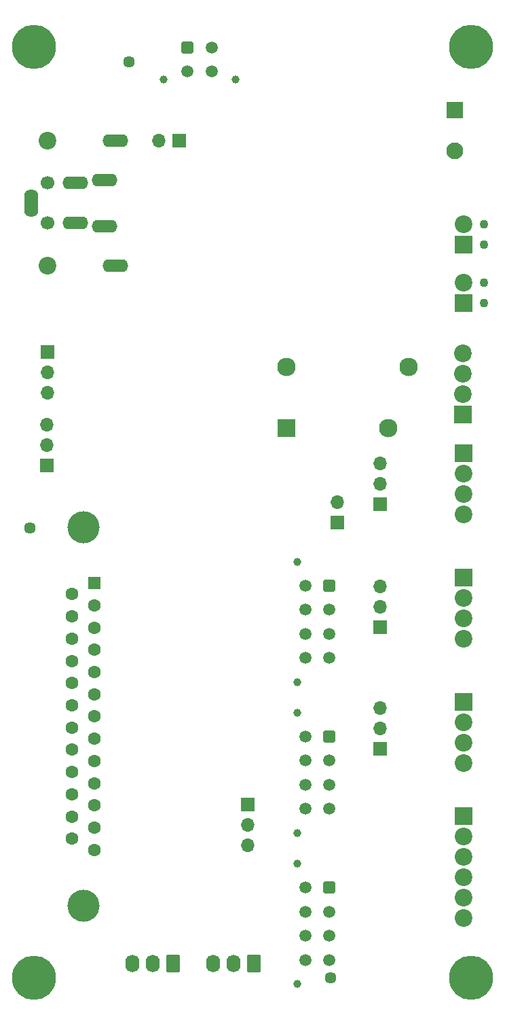
<source format=gbr>
%TF.GenerationSoftware,KiCad,Pcbnew,(6.0.4-0)*%
%TF.CreationDate,2022-07-09T18:31:03+12:00*%
%TF.ProjectId,controller,636f6e74-726f-46c6-9c65-722e6b696361,3.0*%
%TF.SameCoordinates,PX324e6b0PYa469d80*%
%TF.FileFunction,Soldermask,Bot*%
%TF.FilePolarity,Negative*%
%FSLAX46Y46*%
G04 Gerber Fmt 4.6, Leading zero omitted, Abs format (unit mm)*
G04 Created by KiCad (PCBNEW (6.0.4-0)) date 2022-07-09 18:31:03*
%MOMM*%
%LPD*%
G01*
G04 APERTURE LIST*
G04 Aperture macros list*
%AMRoundRect*
0 Rectangle with rounded corners*
0 $1 Rounding radius*
0 $2 $3 $4 $5 $6 $7 $8 $9 X,Y pos of 4 corners*
0 Add a 4 corners polygon primitive as box body*
4,1,4,$2,$3,$4,$5,$6,$7,$8,$9,$2,$3,0*
0 Add four circle primitives for the rounded corners*
1,1,$1+$1,$2,$3*
1,1,$1+$1,$4,$5*
1,1,$1+$1,$6,$7*
1,1,$1+$1,$8,$9*
0 Add four rect primitives between the rounded corners*
20,1,$1+$1,$2,$3,$4,$5,0*
20,1,$1+$1,$4,$5,$6,$7,0*
20,1,$1+$1,$6,$7,$8,$9,0*
20,1,$1+$1,$8,$9,$2,$3,0*%
G04 Aperture macros list end*
%ADD10R,1.700000X1.700000*%
%ADD11O,1.700000X1.700000*%
%ADD12C,1.000000*%
%ADD13RoundRect,0.250001X-0.499999X0.499999X-0.499999X-0.499999X0.499999X-0.499999X0.499999X0.499999X0*%
%ADD14C,1.500000*%
%ADD15R,2.100000X2.100000*%
%ADD16C,2.100000*%
%ADD17RoundRect,0.250001X-0.499999X-0.499999X0.499999X-0.499999X0.499999X0.499999X-0.499999X0.499999X0*%
%ADD18C,1.100000*%
%ADD19R,2.200000X2.200000*%
%ADD20C,2.200000*%
%ADD21C,1.448000*%
%ADD22RoundRect,0.250000X0.620000X0.845000X-0.620000X0.845000X-0.620000X-0.845000X0.620000X-0.845000X0*%
%ADD23O,1.740000X2.190000*%
%ADD24C,5.500000*%
%ADD25C,2.300000*%
%ADD26R,2.300000X2.300000*%
%ADD27C,1.700000*%
%ADD28O,3.200000X1.600000*%
%ADD29O,1.750000X3.500000*%
%ADD30C,4.000000*%
%ADD31R,1.600000X1.600000*%
%ADD32C,1.600000*%
G04 APERTURE END LIST*
D10*
%TO.C,JP7*%
X51150000Y36525000D03*
D11*
X51150000Y39065000D03*
X51150000Y41605000D03*
%TD*%
D12*
%TO.C,J12*%
X40871000Y22210000D03*
X40871000Y7210000D03*
D13*
X44811000Y19210000D03*
D14*
X44811000Y16210000D03*
X44811000Y13210000D03*
X44811000Y10210000D03*
X41811000Y19210000D03*
X41811000Y16210000D03*
X41811000Y13210000D03*
X41811000Y10210000D03*
%TD*%
D10*
%TO.C,JP4*%
X26125000Y112250000D03*
D11*
X23585000Y112250000D03*
%TD*%
D15*
%TO.C,J3*%
X60450000Y116050000D03*
D16*
X60450000Y110970000D03*
%TD*%
D12*
%TO.C,J2*%
X33150000Y119940000D03*
X24150000Y119940000D03*
D17*
X27150000Y123880000D03*
D14*
X30150000Y123880000D03*
X27150000Y120880000D03*
X30150000Y120880000D03*
%TD*%
D18*
%TO.C,J14*%
X64090000Y94590000D03*
X64090000Y92050000D03*
D19*
X61550000Y92050000D03*
D20*
X61550000Y94590000D03*
%TD*%
D21*
%TO.C,TH1*%
X19810000Y122070000D03*
%TD*%
D10*
%TO.C,JP1*%
X34619000Y29600000D03*
D11*
X34619000Y27060000D03*
X34619000Y24520000D03*
%TD*%
D10*
%TO.C,JP8*%
X45850000Y64675000D03*
D11*
X45850000Y67215000D03*
%TD*%
D22*
%TO.C,J16*%
X35400000Y9750000D03*
D23*
X32860000Y9750000D03*
X30320000Y9750000D03*
%TD*%
D19*
%TO.C,J9*%
X61550000Y57834999D03*
D20*
X61550000Y55294999D03*
X61550000Y52754999D03*
X61550000Y50214999D03*
%TD*%
D18*
%TO.C,J13*%
X64090000Y101900000D03*
X64090000Y99360000D03*
D19*
X61550000Y99360000D03*
D20*
X61550000Y101900000D03*
%TD*%
D19*
%TO.C,J11*%
X61550000Y42360000D03*
D20*
X61550000Y39820000D03*
X61550000Y37280000D03*
X61550000Y34740000D03*
%TD*%
D10*
%TO.C,JP5*%
X51200000Y66975000D03*
D11*
X51200000Y69515000D03*
X51200000Y72055000D03*
%TD*%
D24*
%TO.C,H4*%
X62500000Y8000000D03*
%TD*%
D19*
%TO.C,J6*%
X61550000Y73299999D03*
D20*
X61550000Y70759999D03*
X61550000Y68219999D03*
X61550000Y65679999D03*
%TD*%
D19*
%TO.C,J5*%
X61550000Y28100000D03*
D20*
X61550000Y25560000D03*
X61550000Y23020000D03*
X61550000Y20480000D03*
X61550000Y17940000D03*
X61550000Y15400000D03*
%TD*%
D25*
%TO.C,K1*%
X39500000Y84070000D03*
X54740000Y84050000D03*
X52200000Y76450000D03*
D26*
X39500000Y76450000D03*
%TD*%
D12*
%TO.C,J10*%
X40871000Y26028000D03*
X40871000Y41028000D03*
D13*
X44811000Y38028000D03*
D14*
X44811000Y35028000D03*
X44811000Y32028000D03*
X44811000Y29028000D03*
X41811000Y38028000D03*
X41811000Y35028000D03*
X41811000Y32028000D03*
X41811000Y29028000D03*
%TD*%
D20*
%TO.C,J1*%
X9650000Y96700000D03*
D27*
X9650000Y102000000D03*
D20*
X9650000Y112300000D03*
D27*
X9650000Y107000000D03*
D28*
X16800000Y101600000D03*
X13150000Y102000000D03*
X13150000Y107000000D03*
X16800000Y107400000D03*
X18150000Y112300000D03*
D29*
X7650000Y104500000D03*
D28*
X18150000Y96700000D03*
%TD*%
D10*
%TO.C,JP6*%
X51150000Y51645000D03*
D11*
X51150000Y54185000D03*
X51150000Y56725000D03*
%TD*%
D10*
%TO.C,JP2*%
X9600000Y71850000D03*
D11*
X9600000Y74390000D03*
X9600000Y76930000D03*
%TD*%
D12*
%TO.C,J7*%
X40871000Y59824000D03*
X40871000Y44824000D03*
D13*
X44811000Y56824000D03*
D14*
X44811000Y53824000D03*
X44811000Y50824000D03*
X44811000Y47824000D03*
X41811000Y56824000D03*
X41811000Y53824000D03*
X41811000Y50824000D03*
X41811000Y47824000D03*
%TD*%
D21*
%TO.C,TH3*%
X45000000Y8000000D03*
%TD*%
D30*
%TO.C,J4*%
X14130000Y16980000D03*
X14130000Y64080000D03*
D31*
X15550000Y57150000D03*
D32*
X15550000Y54380000D03*
X15550000Y51610000D03*
X15550000Y48840000D03*
X15550000Y46070000D03*
X15550000Y43300000D03*
X15550000Y40530000D03*
X15550000Y37760000D03*
X15550000Y34990000D03*
X15550000Y32220000D03*
X15550000Y29450000D03*
X15550000Y26680000D03*
X15550000Y23910000D03*
X12710000Y55765000D03*
X12710000Y52995000D03*
X12710000Y50225000D03*
X12710000Y47455000D03*
X12710000Y44685000D03*
X12710000Y41915000D03*
X12710000Y39145000D03*
X12710000Y36375000D03*
X12710000Y33605000D03*
X12710000Y30835000D03*
X12710000Y28065000D03*
X12710000Y25295000D03*
%TD*%
D22*
%TO.C,J17*%
X25350000Y9750000D03*
D23*
X22810000Y9750000D03*
X20270000Y9750000D03*
%TD*%
D24*
%TO.C,H1*%
X8000000Y124000000D03*
%TD*%
D19*
%TO.C,J8*%
X61525000Y78162836D03*
D20*
X61525000Y80702836D03*
X61525000Y83242836D03*
X61525000Y85782836D03*
%TD*%
D24*
%TO.C,H3*%
X8000000Y8000000D03*
%TD*%
D21*
%TO.C,TH2*%
X7500000Y64000000D03*
%TD*%
D24*
%TO.C,H2*%
X62500000Y124000000D03*
%TD*%
D10*
%TO.C,JP3*%
X9650000Y85925000D03*
D11*
X9650000Y83385000D03*
X9650000Y80845000D03*
%TD*%
M02*

</source>
